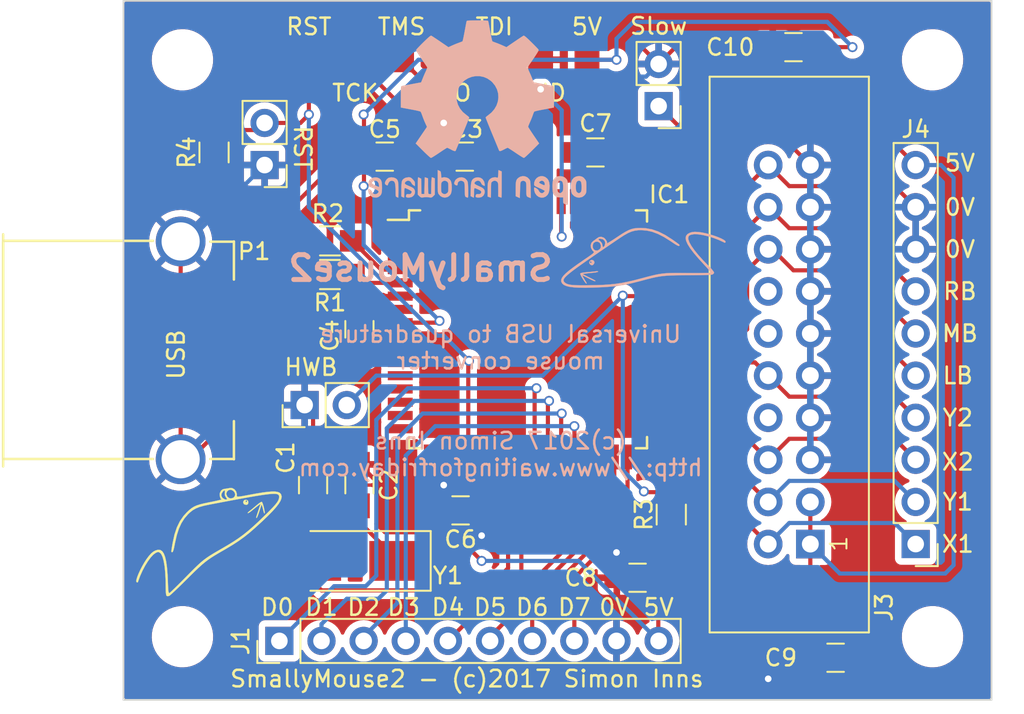
<source format=kicad_pcb>
(kicad_pcb (version 20221018) (generator pcbnew)
  (title_block (title "SmallyMouse2") (date "2017-05-27") (rev "2.0") (company "http://www.WaitingForFriday.com") (comment 1 "(c)2017 Simon Inns") (comment 2 "License: Attribution-ShareAlike 4.0 International (CC BY-SA 4.0)"))
  (layers (0 "F.Cu" signal) (31 "B.Cu" signal) (34 "B.Paste" user) (35 "F.Paste" user) (36 "B.SilkS" user "B.Silkscreen") (37 "F.SilkS" user "F.Silkscreen") (38 "B.Mask" user) (39 "F.Mask" user) (44 "Edge.Cuts" user))
  (net 0 "")
  (net 1 "Net-(C1-Pad1)")
  (net 2 "GND")
  (net 3 "Net-(C2-Pad1)")
  (net 4 "Net-(C3-Pad1)")
  (net 5 "Net-(C4-Pad1)")
  (net 6 "+5V")
  (net 7 "Net-(IC1-Pad1)")
  (net 8 "Net-(IC1-Pad2)")
  (net 9 "Net-(IC1-Pad4)")
  (net 10 "Net-(IC1-Pad5)")
  (net 11 "Net-(IC1-Pad9)")
  (net 12 "Net-(IC1-Pad10)")
  (net 13 "Net-(IC1-Pad11)")
  (net 14 "Net-(IC1-Pad12)")
  (net 15 "Net-(IC1-Pad13)")
  (net 16 "Net-(IC1-Pad14)")
  (net 17 "Net-(IC1-Pad15)")
  (net 18 "Net-(IC1-Pad16)")
  (net 19 "Net-(IC1-Pad17)")
  (net 20 "Net-(IC1-Pad18)")
  (net 21 "Net-(IC1-Pad19)")
  (net 22 "Net-(IC1-Pad20)")
  (net 23 "Net-(IC1-Pad25)")
  (net 24 "Net-(IC1-Pad26)")
  (net 25 "Net-(IC1-Pad27)")
  (net 26 "Net-(IC1-Pad28)")
  (net 27 "Net-(IC1-Pad29)")
  (net 28 "Net-(IC1-Pad30)")
  (net 29 "Net-(IC1-Pad31)")
  (net 30 "Net-(IC1-Pad32)")
  (net 31 "Net-(IC1-Pad33)")
  (net 32 "Net-(IC1-Pad34)")
  (net 33 "X1")
  (net 34 "Y1")
  (net 35 "X2")
  (net 36 "Y2")
  (net 37 "L_Button")
  (net 38 "M_Button")
  (net 39 "R_Button")
  (net 40 "Net-(IC1-Pad42)")
  (net 41 "Net-(IC1-Pad43)")
  (net 42 "Net-(IC1-Pad44)")
  (net 43 "Net-(IC1-Pad45)")
  (net 44 "Net-(IC1-Pad46)")
  (net 45 "Net-(IC1-Pad47)")
  (net 46 "Net-(IC1-Pad48)")
  (net 47 "Net-(IC1-Pad49)")
  (net 48 "Net-(IC1-Pad50)")
  (net 49 "Net-(IC1-Pad51)")
  (net 50 "Net-(IC1-Pad54)")
  (net 51 "Net-(IC1-Pad55)")
  (net 52 "Net-(IC1-Pad56)")
  (net 53 "Net-(IC1-Pad57)")
  (net 54 "Net-(IC1-Pad58)")
  (net 55 "Net-(IC1-Pad59)")
  (net 56 "Net-(IC1-Pad60)")
  (net 57 "Net-(IC1-Pad61)")
  (net 58 "Net-(J3-Pad8)")
  (net 59 "Net-(J3-Pad12)")
  (net 60 "Net-(J3-Pad14)")
  (net 61 "Net-(P1-Pad3)")
  (net 62 "Net-(P1-Pad2)")
  (footprint "Capacitors_SMD:C_0805_HandSoldering" (layer "F.Cu") (at 132.334 109.474 90)
    (fp_text reference "C1")
    (fp_text value "22pF")
  )
  (footprint "Capacitors_SMD:C_0805_HandSoldering" (layer "F.Cu") (at 135.128 109.474 90)
    (fp_text reference "C2")
    (fp_text value "22pF")
  )
  (footprint "Capacitors_SMD:C_0805_HandSoldering" (layer "F.Cu") (at 141.478 89.662 180)
    (fp_text reference "C3")
    (fp_text value "100nF")
  )
  (footprint "Capacitors_SMD:C_0805_HandSoldering" (layer "F.Cu") (at 135.128 100.076 90)
    (fp_text reference "C4")
    (fp_text value "1uF")
  )
  (footprint "Capacitors_SMD:C_0805_HandSoldering" (layer "F.Cu") (at 136.652 89.662 180)
    (fp_text reference "C5")
    (fp_text value "100nF")
  )
  (footprint "Capacitors_SMD:C_0805_HandSoldering" (layer "F.Cu") (at 141.224 110.998 180)
    (fp_text reference "C6")
    (fp_text value "100nF")
  )
  (footprint "Capacitors_SMD:C_0805_HandSoldering" (layer "F.Cu") (at 149.352 89.408)
    (fp_text reference "C7")
    (fp_text value "100nF")
  )
  (footprint "Capacitors_SMD:C_0805_HandSoldering" (layer "F.Cu") (at 151.892 115.062)
    (fp_text reference "C8")
    (fp_text value "100nF")
  )
  (footprint "Capacitors_SMD:C_0805_HandSoldering" (layer "F.Cu") (at 163.83 119.888 180)
    (fp_text reference "C9")
    (fp_text value "100nF")
  )
  (footprint "Capacitors_SMD:C_0805_HandSoldering" (layer "F.Cu") (at 161.29 83.058)
    (fp_text reference "C10")
    (fp_text value "100nF")
  )
  (footprint "Housings_QFP:TQFP-64_14x14mm_Pitch0.8mm" (layer "F.Cu") (at 145.288 100.076)
    (fp_text reference "IC1")
    (fp_text value "AT90USB1287")
  )
  (footprint "Pin_Headers:Pin_Header_Straight_1x10_Pitch2.54mm" (layer "F.Cu") (at 130.302 118.872 90)
    (fp_text reference "J1")
    (fp_text value "Exp Header")
  )
  (footprint "Pin_Headers:Pin_Header_Straight_1x02_Pitch2.54mm" (layer "F.Cu") (at 153.162 86.614 180)
    (fp_text reference "J2" hide)
    (fp_text value "Slow/Fast")
  )
  (footprint "Connectors:IDC_Header_Straight_20pins" (layer "F.Cu") (at 162.306 113.03 90)
    (fp_text reference "J3")
    (fp_text value "BBC_UP_02X10")
  )
  (footprint "Pin_Headers:Pin_Header_Straight_1x10_Pitch2.54mm" (layer "F.Cu") (at 168.656 113.03 180)
    (fp_text reference "J4")
    (fp_text value "Universal output")
  )
  (footprint "SimonsFPLibrary2017:Amphenol_87583-2010BLF" (layer "F.Cu") (at 126.492 101.346 -90)
    (fp_text reference "P1")
    (fp_text value "USB_A" hide)
  )
  (footprint "Resistors_SMD:R_0805_HandSoldering" (layer "F.Cu") (at 133.35 96.774 180)
    (fp_text reference "R1")
    (fp_text value "22R")
  )
  (footprint "Resistors_SMD:R_0805_HandSoldering" (layer "F.Cu") (at 133.35 94.742 180)
    (fp_text reference "R2")
    (fp_text value "22R")
  )
  (footprint "Measurement_Points:Measurement_Point_Square-SMD-Pad_Small" (layer "F.Cu") (at 132.08 83.82)
    (fp_text reference "RST")
    (fp_text value "~{RESET}")
  )
  (footprint "Measurement_Points:Measurement_Point_Square-SMD-Pad_Small" (layer "F.Cu") (at 137.668 83.82)
    (fp_text reference "TMS")
    (fp_text value "TMS")
  )
  (footprint "Measurement_Points:Measurement_Point_Square-SMD-Pad_Small" (layer "F.Cu") (at 143.256 83.82)
    (fp_text reference "TDI")
    (fp_text value "TDI")
  )
  (footprint "Measurement_Points:Measurement_Point_Square-SMD-Pad_Small" (layer "F.Cu") (at 146.05 83.82 180)
    (fp_text reference "GND")
    (fp_text value "GND")
  )
  (footprint "Measurement_Points:Measurement_Point_Square-SMD-Pad_Small" (layer "F.Cu") (at 134.874 83.82 180)
    (fp_text reference "TCK")
    (fp_text value "TCK")
  )
  (footprint "Measurement_Points:Measurement_Point_Square-SMD-Pad_Small" (layer "F.Cu") (at 140.462 83.82 180)
    (fp_text reference "TDO")
    (fp_text value "TDO")
  )
  (footprint "Measurement_Points:Measurement_Point_Square-SMD-Pad_Small" (layer "F.Cu") (at 148.844 83.82)
    (fp_text reference "5V")
    (fp_text value "+5V")
  )
  (footprint "Crystals:Crystal_SMD_5032-2pin_5.0x3.2mm_HandSoldering" (layer "F.Cu") (at 134.874 114.046 180)
    (fp_text reference "Y1")
    (fp_text value "16 MHz Crystal")
  )
  (footprint "Mounting_Holes:MountingHole_3.2mm_M3_ISO14580" (layer "F.Cu") (at 124.46 83.82)
    (fp_text reference "MK1" hide)
    (fp_text value "Mounting_Hole")
  )
  (footprint "Mounting_Holes:MountingHole_3.2mm_M3_ISO14580" (layer "F.Cu") (at 124.46 118.618)
    (fp_text reference "MK2" hide)
    (fp_text value "Mounting_Hole")
  )
  (footprint "Mounting_Holes:MountingHole_3.2mm_M3_ISO14580" (layer "F.Cu") (at 169.672 83.82)
    (fp_text reference "MK3" hide)
    (fp_text value "Mounting_Hole")
  )
  (footprint "Mounting_Holes:MountingHole_3.2mm_M3_ISO14580" (layer "F.Cu") (at 169.672 118.618)
    (fp_text reference "MK4" hide)
    (fp_text value "Mounting_Hole")
  )
  (footprint "Pin_Headers:Pin_Header_Straight_1x02_Pitch2.54mm" (layer "F.Cu") (at 131.826 104.648 90)
    (fp_text reference "J5" hide)
    (fp_text value "Bootloader")
  )
  (footprint "Pin_Headers:Pin_Header_Straight_1x02_Pitch2.54mm" (layer "F.Cu") (at 129.413 90.17 180)
    (fp_text reference "J6" hide)
    (fp_text value "Reset")
  )
  (footprint "Resistors_SMD:R_0805_HandSoldering" (layer "F.Cu") (at 153.924 111.252 -90)
    (fp_text reference "R3")
    (fp_text value "10K")
  )
  (footprint "Resistors_SMD:R_0805_HandSoldering" (layer "F.Cu") (at 126.365 89.408 -90)
    (fp_text reference "R4")
    (fp_text value "10K")
  )
  (footprint "SimonsFPLibrary2017:sm2logo" (layer "F.Cu") (at 125.857 112.522 45)
    (fp_text reference "G***" hide)
    (fp_text value "LOGO" hide)
  )
  (footprint "Symbols:OSHW-Logo2_14.6x12mm_SilkScreen" (layer "B.Cu") (at 142.24 86.995 180)
    (fp_text reference "REF***" hide)
    (fp_text value "OSHW-Logo2_14.6x12mm_SilkScreen" hide)
  )
  (footprint "SimonsFPLibrary2017:sm2logo" (layer "B.Cu") (at 152.273 95.758 180)
    (fp_text reference "G***" hide)
    (fp_text value "LOGO" hide)
  )
  (gr_line (start 173.228 122.428) (end 120.904 122.428) (stroke (width 0.1)) (layer "Edge.Cuts"))
  (gr_line (start 120.904 80.264) (end 173.228 80.264) (stroke (width 0.1)) (layer "Edge.Cuts"))
  (gr_line (start 120.904 122.428) (end 120.904 80.264) (stroke (width 0.1)) (layer "Edge.Cuts"))
  (gr_line (start 173.228 80.264) (end 173.228 122.428) (stroke (width 0.1)) (layer "Edge.Cuts"))
  (gr_text "Universal USB to quadrature\nmouse converter\n\n\n(c)2017 Simon Inns\nhttp://www.waitingforfriday.com" (at 143.637 104.394) (layer "B.SilkS") (effects (font (size 1 1)) (justify mirror)))
  (gr_text "SmallyMouse2" (at 138.811 96.393) (layer "B.SilkS") (effects (font (size 1.5 1.5) (thickness 0.3)) (justify mirror)))
  (gr_text "Slow" (at 153.162 81.788) (layer "F.SilkS") (effects (font (size 1 1))))
  (gr_text "HWB" (at 132.207 102.362) (layer "F.SilkS") (effects (font (size 1 1))))
  (gr_text "Y2" (at 171.196 105.41) (layer "F.SilkS") (effects (font (size 1 1))))
  (gr_text "D2" (at 135.382 116.84) (layer "F.SilkS") (effects (font (size 1 1))))
  (gr_text "RB" (at 171.323 97.79) (layer "F.SilkS") (effects (font (size 1 1))))
  (gr_text "0V" (at 171.323 92.71) (layer "F.SilkS") (effects (font (size 1 1))))
  (gr_text "D4" (at 140.462 116.84) (layer "F.SilkS") (effects (font (size 1 1))))
  (gr_text "MB" (at 171.323 100.33) (layer "F.SilkS") (effects (font (size 1 1))))
  (gr_text "USB" (at 124.079 101.6 90) (layer "F.SilkS") (effects (font (size 1 1))))
  (gr_text "X1" (at 171.196 113.03) (layer "F.SilkS") (effects (font (size 1 1))))
  (gr_text "D7" (at 148.082 116.84) (layer "F.SilkS") (effects (font (size 1 1))))
  (gr_text "RST" (at 131.699 89.154 270) (layer "F.SilkS") (effects (font (size 1 1))))
  (gr_text "D6" (at 145.542 116.84) (layer "F.SilkS") (effects (font (size 1 1))))
  (gr_text "5V" (at 171.323 90.043) (layer "F.SilkS") (effects (font (size 1 1))))
  (gr_text "D1" (at 132.842 116.84) (layer "F.SilkS") (effects (font (size 1 1))))
  (gr_text "0V" (at 150.495 116.84) (layer "F.SilkS") (effects (font (size 1 1))))
  (gr_text "0V" (at 171.323 95.25) (layer "F.SilkS") (effects (font (size 1 1))))
  (gr_text "D5" (at 143.002 116.84) (layer "F.SilkS") (effects (font (size 1 1))))
  (gr_text "D3" (at 137.795 116.84) (layer "F.SilkS") (effects (font (size 1 1))))
  (gr_text "D0" (at 130.175 116.84) (layer "F.SilkS") (effects (font (size 1 1))))
  (gr_text "5V" (at 153.162 116.84) (layer "F.SilkS") (effects (font (size 1 1))))
  (gr_text "X2" (at 171.196 108.077) (layer "F.SilkS") (effects (font (size 1 1))))
  (gr_text "SmallyMouse2 - (c)2017 Simon Inns" (at 141.605 121.158) (layer "F.SilkS") (effects (font (size 1 1))))
  (gr_text "Y1" (at 171.196 110.49) (layer "F.SilkS") (effects (font (size 1 1))))
  (gr_text "LB" (at 171.196 102.87) (layer "F.SilkS") (effects (font (size 1 1))))
  (segment (start 132.274 115.256) (end 132.842 115.824) (width 0.25) (layer "F.Cu") (net 1))
  (segment (start 132.842 115.824) (end 143.002 115.824) (width 0.25) (layer "F.Cu") (net 1))
  (segment (start 143.002 115.824) (end 144.018 115.824) (width 0.25) (layer "F.Cu") (net 1))
  (segment (start 144.018 115.824) (end 144.888 114.954) (width 0.25) (layer "F.Cu") (net 1))
  (segment (start 144.888 114.954) (end 144.888 107.776) (width 0.25) (layer "F.Cu") (net 1))
  (segment (start 132.334 113.986) (end 132.274 114.046) (width 0.25) (layer "F.Cu") (net 1))
  (segment (start 132.274 114.046) (end 132.274 115.256) (width 0.25) (layer "F.Cu") (net 1))
  (segment (start 132.334 110.724) (end 132.334 113.986) (width 0.25) (layer "F.Cu") (net 1))
  (segment (start 164.846 107.95) (end 165.08 108.184) (width 0.25) (layer "F.Cu") (net 2))
  (segment (start 165.08 108.184) (end 165.08 119.888) (width 0.25) (layer "F.Cu") (net 2))
  (segment (start 165.08 120.67) (end 164.592 121.158) (width 0.25) (layer "F.Cu") (net 2))
  (segment (start 164.592 121.158) (end 159.766 121.158) (width 0.25) (layer "F.Cu") (net 2))
  (segment (start 150.642 118.852) (end 150.622 118.872) (width 0.25) (layer "F.Cu") (net 2))
  (segment (start 148.102 92.362) (end 148.088 92.376) (width 0.25) (layer "F.Cu") (net 2))
  (segment (start 148.102 85.872) (end 148.102 89.408) (width 0.25) (layer "F.Cu") (net 2))
  (segment (start 166.116 90.17) (end 162.306 90.17) (width 0.25) (layer "F.Cu") (net 2))
  (segment (start 162.306 90.17) (end 160.04 87.904) (width 0.25) (layer "F.Cu") (net 2))
  (segment (start 160.04 87.904) (end 160.04 83.058) (width 0.25) (layer "F.Cu") (net 2))
  (segment (start 154.178 83.058) (end 153.162 84.074) (width 0.25) (layer "F.Cu") (net 2))
  (segment (start 146.05 82.296) (end 151.384 82.296) (width 0.25) (layer "F.Cu") (net 2))
  (segment (start 151.384 82.296) (end 153.162 84.074) (width 0.25) (layer "F.Cu") (net 2))
  (segment (start 140.088 89.802) (end 140.228 89.662) (width 0.25) (layer "F.Cu") (net 2))
  (segment (start 140.228 87.65) (end 140.208 87.63) (width 0.25) (layer "F.Cu") (net 2))
  (segment (start 143.288 110.184) (end 142.474 110.998) (width 0.25) (layer "F.Cu") (net 2))
  (segment (start 142.474 112.502) (end 142.494 112.522) (width 0.25) (layer "F.Cu") (net 2))
  (segment (start 136.378 109.474) (end 140.208 109.474) (width 0.25) (layer "F.Cu") (net 2))
  (segment (start 128.956 104.846) (end 132.334 108.224) (width 0.25) (layer "F.Cu") (net 2))
  (segment (start 124.922 107.916) (end 127.992 104.846) (width 0.25) (layer "F.Cu") (net 2))
  (segment (start 135.878 98.076) (end 135.128 98.826) (width 0.25) (layer "F.Cu") (net 2))
  (segment (start 132.588 107.97) (end 132.334 108.224) (width 0.25) (layer "F.Cu") (net 2))
  (segment (start 150.622 115.082) (end 150.642 115.062) (width 0.25) (layer "F.Cu") (net 2))
  (segment (start 150.642 113.558) (end 150.622 113.538) (width 0.25) (layer "F.Cu") (net 2))
  (segment (start 132.334 105.156) (end 132.334 108.224) (width 0.25) (layer "F.Cu") (net 2))
  (segment (start 131.826 102.128) (end 135.128 98.826) (width 0.25) (layer "F.Cu") (net 2))
  (segment (start 131.826 104.648) (end 132.334 105.156) (width 0.25) (layer "F.Cu") (net 2))
  (segment (start 168.656 92.71) (end 166.116 90.17) (width 0.25) (layer "F.Cu") (net 2))
  (segment (start 162.306 107.95) (end 164.846 107.95) (width 0.25) (layer "F.Cu") (net 2))
  (segment (start 150.642 115.062) (end 150.642 113.558) (width 0.25) (layer "F.Cu") (net 2))
  (segment (start 137.902 89.662) (end 140.228 89.662) (width 0.25) (layer "F.Cu") (net 2))
  (segment (start 142.474 110.998) (end 142.474 112.502) (width 0.25) (layer "F.Cu") (net 2))
  (segment (start 135.128 108.224) (end 136.378 109.474) (width 0.25) (layer "F.Cu") (net 2))
  (segment (start 148.102 89.408) (end 148.102 92.362) (width 0.25) (layer "F.Cu") (net 2))
  (segment (start 168.656 92.71) (end 168.656 95.25) (width 0.25) (layer "F.Cu") (net 2))
  (segment (start 131.826 104.648) (end 131.826 102.128) (width 0.25) (layer "F.Cu") (net 2))
  (segment (start 143.288 107.776) (end 143.288 110.184) (width 0.25) (layer "F.Cu") (net 2))
  (segment (start 124.352 107.916) (end 124.352 94.776) (width 0.25) (layer "F.Cu") (net 2))
  (segment (start 140.088 92.376) (end 140.088 89.802) (width 0.25) (layer "F.Cu") (net 2))
  (segment (start 132.334 108.224) (end 135.128 108.224) (width 0.25) (layer "F.Cu") (net 2))
  (segment (start 150.622 118.872) (end 150.622 115.082) (width 0.25) (layer "F.Cu") (net 2))
  (segment (start 124.352 107.916) (end 124.922 107.916) (width 0.25) (layer "F.Cu") (net 2))
  (segment (start 160.04 83.058) (end 154.178 83.058) (width 0.25) (layer "F.Cu") (net 2))
  (segment (start 165.08 119.888) (end 165.08 120.67) (width 0.25) (layer "F.Cu") (net 2))
  (segment (start 137.588 98.076) (end 135.878 98.076) (width 0.25) (layer "F.Cu") (net 2))
  (segment (start 127.992 104.846) (end 128.956 104.846) (width 0.25) (layer "F.Cu") (net 2))
  (segment (start 146.05 83.82) (end 148.102 85.872) (width 0.25) (layer "F.Cu") (net 2))
  (segment (start 140.228 89.662) (end 140.228 87.65) (width 0.25) (layer "F.Cu") (net 2))
  (segment (start 146.05 83.82) (end 146.05 82.296) (width 0.25) (layer "F.Cu") (net 2))
  (via (at 140.208 87.63) (size 0.6) (drill 0.4) (layers "F.Cu" "B.Cu") (net 2))
  (via (at 142.494 112.522) (size 0.6) (drill 0.4) (layers "F.Cu" "B.Cu") (net 2))
  (via (at 140.208 109.474) (size 0.6) (drill 0.4) (layers "F.Cu" "B.Cu") (net 2))
  (via (at 150.622 113.538) (size 0.6) (drill 0.4) (layers "F.Cu" "B.Cu") (net 2))
  (via (at 159.766 121.158) (size 0.6) (drill 0.4) (layers "F.Cu" "B.Cu") (net 2))
  (segment (start 159.766 121.158) (end 155.194 116.586) (width 0.25) (layer "B.Cu") (net 2))
  (segment (start 152.146 113.538) (end 150.622 113.538) (width 0.25) (layer "B.Cu") (net 2))
  (segment (start 162.306 95.25) (end 162.306 97.79) (width 0.25) (layer "B.Cu") (net 2))
  (segment (start 162.306 97.79) (end 162.306 100.33) (width 0.25) (layer "B.Cu") (net 2))
  (segment (start 162.306 100.33) (end 162.306 102.87) (width 0.25) (layer "B.Cu") (net 2))
  (segment (start 162.306 102.87) (end 162.306 105.41) (width 0.25) (layer "B.Cu") (net 2))
  (segment (start 162.306 105.41) (end 162.306 107.95) (width 0.25) (layer "B.Cu") (net 2))
  (segment (start 154.432 84.074) (end 155.194 84.836) (width 0.25) (layer "B.Cu") (net 2))
  (segment (start 155.194 84.836) (end 155.194 116.586) (width 0.25) (layer "B.Cu") (net 2))
  (segment (start 155.194 116.586) (end 152.146 113.538) (width 0.25) (layer "B.Cu") (net 2))
  (segment (start 140.208 87.63) (end 140.208 86.36) (width 0.25) (layer "B.Cu") (net 2))
  (segment (start 140.208 86.36) (end 140.208 86.106) (width 0.25) (layer "B.Cu") (net 2))
  (segment (start 140.208 86.106) (end 141.478 84.836) (width 0.25) (layer "B.Cu") (net 2))
  (segment (start 149.606 84.836) (end 152.4 84.836) (width 0.25) (layer "B.Cu") (net 2))
  (segment (start 152.4 84.836) (end 153.162 84.074) (width 0.25) (layer "B.Cu") (net 2))
  (segment (start 142.494 112.522) (end 143.51 113.538) (width 0.25) (layer "B.Cu") (net 2))
  (segment (start 143.51 113.538) (end 150.622 113.538) (width 0.25) (layer "B.Cu") (net 2))
  (segment (start 140.208 109.474) (end 141.986 109.474) (width 0.25) (layer "B.Cu") (net 2))
  (segment (start 141.986 109.474) (end 142.494 109.982) (width 0.25) (layer "B.Cu") (net 2))
  (segment (start 142.494 109.982) (end 142.494 112.522) (width 0.25) (layer "B.Cu") (net 2))
  (segment (start 124.807 94.776) (end 124.352 94.776) (width 0.25) (layer "B.Cu") (net 2))
  (segment (start 129.413 90.17) (end 124.807 94.776) (width 0.25) (layer "B.Cu") (net 2))
  (segment (start 149.606 84.836) (end 141.478 84.836) (width 0.25) (layer "B.Cu") (net 2))
  (segment (start 162.306 90.17) (end 162.306 92.71) (width 0.25) (layer "B.Cu") (net 2))
  (segment (start 153.162 84.074) (end 154.432 84.074) (width 0.25) (layer "B.Cu") (net 2))
  (segment (start 162.306 92.71) (end 162.306 95.25) (width 0.25) (layer "B.Cu") (net 2))
  (segment (start 135.128 111.7) (end 137.474 114.046) (width 0.25) (layer "F.Cu") (net 3))
  (segment (start 144.088 114.484) (end 143.51 115.062) (width 0.25) (layer "F.Cu") (net 3))
  (segment (start 143.51 115.062) (end 138.49 115.062) (width 0.25) (layer "F.Cu") (net 3))
  (segment (start 138.49 115.062) (end 137.474 114.046) (width 0.25) (layer "F.Cu") (net 3))
  (segment (start 135.128 110.724) (end 135.128 111.7) (width 0.25) (layer "F.Cu") (net 3))
  (segment (start 144.088 107.776) (end 144.088 114.484) (width 0.25) (layer "F.Cu") (net 3))
  (segment (start 140.888 91.502) (end 142.728 89.662) (width 0.25) (layer "F.Cu") (net 4))
  (segment (start 140.888 92.376) (end 140.888 91.502) (width 0.25) (layer "F.Cu") (net 4))
  (segment (start 136.328 98.876) (end 136.144 99.06) (width 0.25) (layer "F.Cu") (net 5))
  (segment (start 136.144 99.06) (end 136.144 100.31) (width 0.25) (layer "F.Cu") (net 5))
  (segment (start 136.144 100.31) (end 135.128 101.326) (width 0.25) (layer "F.Cu") (net 5))
  (segment (start 137.588 98.876) (end 136.328 98.876) (width 0.25) (layer "F.Cu") (net 5))
  (segment (start 162.306 119.614) (end 162.58 119.888) (width 0.25) (layer "F.Cu") (net 6))
  (segment (start 157.968 119.888) (end 153.142 115.062) (width 0.25) (layer "F.Cu") (net 6))
  (segment (start 153.142 118.852) (end 153.162 118.872) (width 0.25) (layer "F.Cu") (net 6))
  (segment (start 148.888 91.122) (end 148.888 92.376) (width 0.25) (layer "F.Cu") (net 6))
  (segment (start 150.602 85.578) (end 150.602 89.408) (width 0.25) (layer "F.Cu") (net 6))
  (segment (start 162.54 84.054) (end 162.54 83.058) (width 0.25) (layer "F.Cu") (net 6))
  (segment (start 150.622 83.82) (end 148.844 83.82) (width 0.25) (layer "F.Cu") (net 6))
  (segment (start 135.402 87.142) (end 135.382 87.122) (width 0.25) (layer "F.Cu") (net 6))
  (segment (start 138.116 92.376) (end 135.402 89.662) (width 0.25) (layer "F.Cu") (net 6))
  (segment (start 138.766 95.676) (end 139.288 95.154) (width 0.25) (layer "F.Cu") (net 6))
  (segment (start 139.288 95.154) (end 139.288 92.376) (width 0.25) (layer "F.Cu") (net 6))
  (segment (start 142.488 108.972) (end 141.732 109.728) (width 0.25) (layer "F.Cu") (net 6))
  (segment (start 141.732 109.728) (end 141.244 109.728) (width 0.25) (layer "F.Cu") (net 6))
  (segment (start 141.244 109.728) (end 139.974 110.998) (width 0.25) (layer "F.Cu") (net 6))
  (segment (start 139.974 111.526) (end 142.494 114.046) (width 0.25) (layer "F.Cu") (net 6))
  (segment (start 139.846 99.676) (end 139.954 99.568) (width 0.25) (layer "F.Cu") (net 6))
  (segment (start 135.382 91.44) (end 135.402 91.42) (width 0.25) (layer "F.Cu") (net 6))
  (segment (start 135.402 91.42) (end 135.402 89.662) (width 0.25) (layer "F.Cu") (net 6))
  (segment (start 127.992 97.814) (end 129.54 96.266) (width 0.25) (layer "F.Cu") (net 6))
  (segment (start 129.54 96.266) (end 129.54 94.234) (width 0.25) (layer "F.Cu") (net 6))
  (segment (start 129.54 94.234) (end 134.112 89.662) (width 0.25) (layer "F.Cu") (net 6))
  (segment (start 134.112 89.662) (end 135.402 89.662) (width 0.25) (layer "F.Cu") (net 6))
  (segment (start 127.992 92.385) (end 127.992 97.846) (width 0.25) (layer "F.Cu") (net 6))
  (segment (start 153.924 114.28) (end 153.142 115.062) (width 0.25) (layer "F.Cu") (net 6))
  (segment (start 127.992 97.846) (end 127.992 97.814) (width 0.25) (layer "F.Cu") (net 6))
  (segment (start 137.588 95.676) (end 138.766 95.676) (width 0.25) (layer "F.Cu") (net 6))
  (segment (start 150.602 89.408) (end 148.888 91.122) (width 0.25) (layer "F.Cu") (net 6))
  (segment (start 162.54 83.058) (end 164.846 83.058) (width 0.25) (layer "F.Cu") (net 6))
  (segment (start 142.488 107.776) (end 142.488 108.972) (width 0.25) (layer "F.Cu") (net 6))
  (segment (start 153.142 115.062) (end 153.142 118.852) (width 0.25) (layer "F.Cu") (net 6))
  (segment (start 126.365 90.758) (end 127.992 92.385) (width 0.25) (layer "F.Cu") (net 6))
  (segment (start 139.974 110.998) (end 139.974 111.526) (width 0.25) (layer "F.Cu") (net 6))
  (segment (start 162.306 113.03) (end 162.306 119.614) (width 0.25) (layer "F.Cu") (net 6))
  (segment (start 137.588 99.676) (end 139.846 99.676) (width 0.25) (layer "F.Cu") (net 6))
  (segment (start 139.288 92.376) (end 138.116 92.376) (width 0.25) (layer "F.Cu") (net 6))
  (segment (start 148.844 83.82) (end 150.602 85.578) (width 0.25) (layer "F.Cu") (net 6))
  (segment (start 162.306 110.49) (end 162.306 113.03) (width 0.25) (layer "F.Cu") (net 6))
  (segment (start 135.402 89.662) (end 135.402 87.142) (width 0.25) (layer "F.Cu") (net 6))
  (segment (start 162.58 119.888) (end 157.968 119.888) (width 0.25) (layer "F.Cu") (net 6))
  (segment (start 168.656 90.17) (end 162.54 84.054) (width 0.25) (layer "F.Cu") (net 6))
  (segment (start 153.924 112.602) (end 153.924 114.28) (width 0.25) (layer "F.Cu") (net 6))
  (via (at 135.382 87.122) (size 0.6) (drill 0.4) (layers "F.Cu" "B.Cu") (net 6))
  (via (at 135.382 91.44) (size 0.6) (drill 0.4) (layers "F.Cu" "B.Cu") (net 6))
  (via (at 142.494 114.046) (size 0.6) (drill 0.4) (layers "F.Cu" "B.Cu") (net 6))
  (via (at 164.846 83.058) (size 0.6) (drill 0.4) (layers "F.Cu" "B.Cu") (net 6))
  (via (at 139.954 99.568) (size 0.6) (drill 0.4) (layers "F.Cu" "B.Cu") (net 6))
  (via (at 150.622 83.82) (size 0.6) (drill 0.4) (layers "F.Cu" "B.Cu") (net 6))
  (segment (start 164.084 114.808) (end 170.434 114.808) (width 0.25) (layer "B.Cu") (net 6))
  (segment (start 170.434 114.808) (end 170.942 114.3) (width 0.25) (layer "B.Cu") (net 6))
  (segment (start 170.942 114.3) (end 170.942 90.932) (width 0.25) (layer "B.Cu") (net 6))
  (segment (start 170.942 90.932) (end 170.18 90.17) (width 0.25) (layer "B.Cu") (net 6))
  (segment (start 170.18 90.17) (end 168.656 90.17) (width 0.25) (layer "B.Cu") (net 6))
  (segment (start 164.846 83.058) (end 163.322 81.534) (width 0.25) (layer "B.Cu") (net 6))
  (segment (start 163.322 81.534) (end 151.638 81.534) (width 0.25) (layer "B.Cu") (net 6))
  (segment (start 151.638 81.534) (end 150.622 82.55) (width 0.25) (layer "B.Cu") (net 6))
  (segment (start 150.622 82.55) (end 150.622 83.82) (width 0.25) (layer "B.Cu") (net 6))
  (segment (start 135.382 87.122) (end 138.684 83.82) (width 0.25) (layer "B.Cu") (net 6))
  (segment (start 138.684 83.82) (end 150.622 83.82) (width 0.25) (layer "B.Cu") (net 6))
  (segment (start 142.494 114.046) (end 148.336 114.046) (width 0.25) (layer "B.Cu") (net 6))
  (segment (start 148.336 114.046) (end 153.162 118.872) (width 0.25) (layer "B.Cu") (net 6))
  (segment (start 139.954 99.568) (end 135.382 94.996) (width 0.25) (layer "B.Cu") (net 6))
  (segment (start 135.382 94.996) (end 135.382 91.44) (width 0.25) (layer "B.Cu") (net 6))
  (segment (start 162.306 113.03) (end 164.084 114.808) (width 0.25) (layer "B.Cu") (net 6))
  (segment (start 136.434 96.476) (end 134.7 94.742) (width 0.25) (layer "F.Cu") (net 9))
  (segment (start 137.588 96.476) (end 136.434 96.476) (width 0.25) (layer "F.Cu") (net 9))
  (segment (start 135.202 97.276) (end 134.7 96.774) (width 0.25) (layer "F.Cu") (net 10))
  (segment (start 137.588 97.276) (end 135.202 97.276) (width 0.25) (layer "F.Cu") (net 10))
  (segment (start 132.08 87.122) (end 132.08 83.82) (width 0.25) (layer "F.Cu") (net 22))
  (segment (start 131.572 87.63) (end 131.953 87.249) (width 0.25) (layer "F.Cu") (net 22))
  (segment (start 128.985 88.058) (end 129.413 87.63) (width 0.25) (layer "F.Cu") (net 22))
  (segment (start 132.08 87.122) (end 131.953 87.122) (width 0.25) (layer "F.Cu") (net 22))
  (segment (start 131.953 87.122) (end 131.953 87.249) (width 0.25) (layer "F.Cu") (net 22))
  (segment (start 131.953 87.249) (end 132.08 87.122) (width 0.25) (layer "F.Cu") (net 22))
  (segment (start 141.688 102.025) (end 141.732 101.981) (width 0.25) (layer "F.Cu") (net 22))
  (segment (start 141.688 107.776) (end 141.688 102.025) (width 0.25) (layer "F.Cu") (net 22))
  (segment (start 126.365 88.058) (end 128.985 88.058) (width 0.25) (layer "F.Cu") (net 22))
  (segment (start 129.413 87.63) (end 131.572 87.63) (width 0.25) (layer "F.Cu") (net 22))
  (via (at 132.08 87.122) (size 0.6) (drill 0.4) (layers "F.Cu" "B.Cu") (net 22))
  (via (at 141.732 101.981) (size 0.6) (drill 0.4) (layers "F.Cu" "B.Cu") (net 22))
  (segment (start 141.732 101.981) (end 140.208 100.457) (width 0.25) (layer "B.Cu") (net 22))
  (segment (start 140.208 100.457) (end 139.827 100.457) (width 0.25) (layer "B.Cu") (net 22))
  (segment (start 139.827 100.457) (end 132.08 92.71) (width 0.25) (layer "B.Cu") (net 22))
  (segment (start 132.08 92.71) (end 132.08 87.122) (width 0.25) (layer "B.Cu") (net 22))
  (segment (start 145.688 103.74) (end 145.796 103.632) (width 0.25) (layer "F.Cu") (net 23))
  (segment (start 145.688 107.776) (end 145.688 103.74) (width 0.25) (layer "F.Cu") (net 23))
  (via (at 145.796 103.632) (size 0.6) (drill 0.4) (layers "F.Cu" "B.Cu") (net 23))
  (segment (start 145.796 103.632) (end 138.049 103.632) (width 0.25) (layer "B.Cu") (net 23))
  (segment (start 133.604 115.57) (end 135.509 115.57) (width 0.25) (layer "B.Cu") (net 23))
  (segment (start 135.509 115.57) (end 136.144 114.935) (width 0.25) (layer "B.Cu") (net 23))
  (segment (start 136.144 114.935) (end 136.144 105.918) (width 0.25) (layer "B.Cu") (net 23))
  (segment (start 136.144 105.918) (end 136.144 105.537) (width 0.25) (layer "B.Cu") (net 23))
  (segment (start 136.144 105.537) (end 138.049 103.632) (width 0.25) (layer "B.Cu") (net 23))
  (segment (start 130.302 118.872) (end 133.604 115.57) (width 0.25) (layer "B.Cu") (net 23))
  (segment (start 146.488 104.464) (end 146.558 104.394) (width 0.25) (layer "F.Cu") (net 24))
  (segment (start 146.488 107.776) (end 146.488 104.464) (width 0.25) (layer "F.Cu") (net 24))
  (via (at 146.558 104.394) (size 0.6) (drill 0.4) (layers "F.Cu" "B.Cu") (net 24))
  (segment (start 146.558 104.394) (end 138.43 104.394) (width 0.25) (layer "B.Cu") (net 24))
  (segment (start 132.842 117.856) (end 134.366 116.332) (width 0.25) (layer "B.Cu") (net 24))
  (segment (start 134.366 116.332) (end 136.271 116.332) (width 0.25) (layer "B.Cu") (net 24))
  (segment (start 136.271 116.332) (end 136.779 115.824) (width 0.25) (layer "B.Cu") (net 24))
  (segment (start 136.779 115.824) (end 136.779 106.045) (width 0.25) (layer "B.Cu") (net 24))
  (segment (start 136.779 106.045) (end 138.43 104.394) (width 0.25) (layer "B.Cu") (net 24))
  (segment (start 132.842 118.872) (end 132.842 117.856) (width 0.25) (layer "B.Cu") (net 24))
  (segment (start 147.288 105.188) (end 147.32 105.156) (width 0.25) (layer "F.Cu") (net 25))
  (segment (start 147.288 107.776) (end 147.288 105.188) (width 0.25) (layer "F.Cu") (net 25))
  (via (at 147.32 105.156) (size 0.6) (drill 0.4) (layers "F.Cu" "B.Cu") (net 25))
  (segment (start 147.32 105.156) (end 138.938 105.156) (width 0.25) (layer "B.Cu") (net 25))
  (segment (start 135.382 118.618) (end 137.414 116.586) (width 0.25) (layer "B.Cu") (net 25))
  (segment (start 137.414 116.586) (end 137.414 106.68) (width 0.25) (layer "B.Cu") (net 25))
  (segment (start 137.414 106.68) (end 138.938 105.156) (width 0.25) (layer "B.Cu") (net 25))
  (segment (start 135.382 118.872) (end 135.382 118.618) (width 0.25) (layer "B.Cu") (net 25))
  (segment (start 148.088 105.924) (end 148.082 105.918) (width 0.25) (layer "F.Cu") (net 26))
  (segment (start 148.088 107.776) (end 148.088 105.924) (width 0.25) (layer "F.Cu") (net 26))
  (via (at 148.082 105.918) (size 0.6) (drill 0.4) (layers "F.Cu" "B.Cu") (net 26))
  (segment (start 148.082 105.918) (end 139.7 105.918) (width 0.25) (layer "B.Cu") (net 26))
  (segment (start 139.7 105.918) (end 137.922 107.696) (width 0.25) (layer "B.Cu") (net 26))
  (segment (start 137.922 107.696) (end 137.922 118.872) (width 0.25) (layer "B.Cu") (net 26))
  (segment (start 148.888 111.97) (end 143.764 117.094) (width 0.25) (layer "F.Cu") (net 27))
  (segment (start 143.764 117.094) (end 142.24 117.094) (width 0.25) (layer "F.Cu") (net 27))
  (segment (start 142.24 117.094) (end 140.462 118.872) (width 0.25) (layer "F.Cu") (net 27))
  (segment (start 148.888 107.776) (end 148.888 111.97) (width 0.25) (layer "F.Cu") (net 27))
  (segment (start 149.688 111.932) (end 143.002 118.618) (width 0.25) (layer "F.Cu") (net 28))
  (segment (start 143.002 118.618) (end 143.002 118.872) (width 0.25) (layer "F.Cu") (net 28))
  (segment (start 149.688 107.776) (end 149.688 111.932) (width 0.25) (layer "F.Cu") (net 28))
  (segment (start 150.488 111.894) (end 145.542 116.84) (width 0.25) (layer "F.Cu") (net 29))
  (segment (start 145.542 116.84) (end 145.542 118.872) (width 0.25) (layer "F.Cu") (net 29))
  (segment (start 150.488 107.776) (end 150.488 111.894) (width 0.25) (layer "F.Cu") (net 29))
  (segment (start 151.288 111.856) (end 148.082 115.062) (width 0.25) (layer "F.Cu") (net 30))
  (segment (start 148.082 115.062) (end 148.082 118.872) (width 0.25) (layer "F.Cu") (net 30))
  (segment (start 151.288 107.776) (end 151.288 111.856) (width 0.25) (layer "F.Cu") (net 30))
  (segment (start 156.292 104.476) (end 157.226 105.41) (width 0.25) (layer "F.Cu") (net 33))
  (segment (start 157.226 105.41) (end 157.226 110.49) (width 0.25) (layer "F.Cu") (net 33))
  (segment (start 157.226 110.49) (end 159.766 113.03) (width 0.25) (layer "F.Cu") (net 33))
  (segment (start 152.988 104.476) (end 156.292 104.476) (width 0.25) (layer "F.Cu") (net 33))
  (segment (start 161.036 111.76) (end 167.386 111.76) (width 0.25) (layer "B.Cu") (net 33))
  (segment (start 167.386 111.76) (end 168.656 113.03) (width 0.25) (layer "B.Cu") (net 33))
  (segment (start 159.766 113.03) (end 161.036 111.76) (width 0.25) (layer "B.Cu") (net 33))
  (segment (start 157.016 103.676) (end 157.734 104.394) (width 0.25) (layer "F.Cu") (net 34))
  (segment (start 157.734 104.394) (end 157.734 108.458) (width 0.25) (layer "F.Cu") (net 34))
  (segment (start 157.734 108.458) (end 159.766 110.49) (width 0.25) (layer "F.Cu") (net 34))
  (segment (start 152.988 103.676) (end 157.016 103.676) (width 0.25) (layer "F.Cu") (net 34))
  (segment (start 161.036 109.22) (end 167.386 109.22) (width 0.25) (layer "B.Cu") (net 34))
  (segment (start 167.386 109.22) (end 168.656 110.49) (width 0.25) (layer "B.Cu") (net 34))
  (segment (start 159.766 110.49) (end 161.036 109.22) (width 0.25) (layer "B.Cu") (net 34))
  (segment (start 157.232 102.876) (end 158.242 103.886) (width 0.25) (layer "F.Cu") (net 35))
  (segment (start 158.242 103.886) (end 158.242 106.426) (width 0.25) (layer "F.Cu") (net 35))
  (segment (start 158.242 106.426) (end 159.766 107.95) (width 0.25) (layer "F.Cu") (net 35))
  (segment (start 161.036 106.68) (end 167.386 106.68) (width 0.25) (layer "F.Cu") (net 35))
  (segment (start 167.386 106.68) (end 168.656 107.95) (width 0.25) (layer "F.Cu") (net 35))
  (segment (start 159.766 107.95) (end 161.036 106.68) (width 0.25) (layer "F.Cu") (net 35))
  (segment (start 152.988 102.876) (end 157.232 102.876) (width 0.25) (layer "F.Cu") (net 35))
  (segment (start 158.972 102.076) (end 159.766 102.87) (width 0.25) (layer "F.Cu") (net 36))
  (segment (start 161.036 104.14) (end 167.386 104.14) (width 0.25) (layer "F.Cu") (net 36))
  (segment (start 167.386 104.14) (end 168.656 105.41) (width 0.25) (layer "F.Cu") (net 36))
  (segment (start 152.988 102.076) (end 158.972 102.076) (width 0.25) (layer "F.Cu") (net 36))
  (segment (start 159.766 102.87) (end 161.036 104.14) (width 0.25) (layer "F.Cu") (net 36))
  (segment (start 157.296 101.276) (end 158.496 100.076) (width 0.25) (layer "F.Cu") (net 37))
  (segment (start 158.496 100.076) (end 158.496 96.52) (width 0.25) (layer "F.Cu") (net 37))
  (segment (start 158.496 96.52) (end 159.766 95.25) (width 0.25) (layer "F.Cu") (net 37))
  (segment (start 160.02 95.25) (end 161.29 96.52) (width 0.25) (layer "F.Cu") (net 37))
  (segment (start 161.29 96.52) (end 164.592 96.52) (width 0.25) (layer "F.Cu") (net 37))
  (segment (start 164.592 96.52) (end 165.354 97.282) (width 0.25) (layer "F.Cu") (net 37))
  (segment (start 165.354 97.282) (end 165.354 99.568) (width 0.25) (layer "F.Cu") (net 37))
  (segment (start 165.354 99.568) (end 168.656 102.87) (width 0.25) (layer "F.Cu") (net 37))
  (segment (start 152.988 101.276) (end 157.296 101.276) (width 0.25) (layer "F.Cu") (net 37))
  (segment (start 159.766 95.25) (end 160.02 95.25) (width 0.25) (layer "F.Cu") (net 37))
  (segment (start 157.08 100.476) (end 157.988 99.568) (width 0.25) (layer "F.Cu") (net 38))
  (segment (start 157.988 99.568) (end 157.988 94.488) (width 0.25) (layer "F.Cu") (net 38))
  (segment (start 157.988 94.488) (end 159.766 92.71) (width 0.25) (layer "F.Cu") (net 38))
  (segment (start 161.036 93.98) (end 165.608 93.98) (width 0.25) (layer "F.Cu") (net 38))
  (segment (start 165.608 93.98) (end 166.116 94.488) (width 0.25) (layer "F.Cu") (net 38))
  (segment (start 166.116 94.488) (end 166.116 97.79) (width 0.25) (layer "F.Cu") (net 38))
  (segment (start 166.116 97.79) (end 168.656 100.33) (width 0.25) (layer "F.Cu") (net 38))
  (segment (start 159.766 92.71) (end 161.036 93.98) (width 0.25) (layer "F.Cu") (net 38))
  (segment (start 152.988 100.476) (end 157.08 100.476) (width 0.25) (layer "F.Cu") (net 38))
  (segment (start 156.864 99.676) (end 157.48 99.06) (width 0.25) (layer "F.Cu") (net 39))
  (segment (start 157.48 99.06) (end 157.48 92.456) (width 0.25) (layer "F.Cu") (net 39))
  (segment (start 157.48 92.456) (end 159.766 90.17) (width 0.25) (layer "F.Cu") (net 39))
  (segment (start 161.036 91.44) (end 166.116 91.44) (width 0.25) (layer "F.Cu") (net 39))
  (segment (start 166.116 91.44) (end 166.878 92.202) (width 0.25) (layer "F.Cu") (net 39))
  (segment (start 166.878 92.202) (end 166.878 96.012) (width 0.25) (layer "F.Cu") (net 39))
  (segment (start 166.878 96.012) (end 168.656 97.79) (width 0.25) (layer "F.Cu") (net 39))
  (segment (start 152.988 99.676) (end 156.864 99.676) (width 0.25) (layer "F.Cu") (net 39))
  (segment (start 159.766 90.17) (end 161.036 91.44) (width 0.25) (layer "F.Cu") (net 39))
  (segment (start 151.035 98.076) (end 151.003 98.044) (width 0.25) (layer "F.Cu") (net 41))
  (segment (start 152.32 109.902) (end 152.273 109.855) (width 0.25) (layer "F.Cu") (net 41))
  (segment (start 153.924 109.902) (end 152.32 109.902) (width 0.25) (layer "F.Cu") (net 41))
  (segment (start 152.988 98.076) (end 151.035 98.076) (width 0.25) (layer "F.Cu") (net 41))
  (via (at 152.273 109.855) (size 0.6) (drill 0.4) (layers "F.Cu" "B.Cu") (net 41))
  (via (at 151.003 98.044) (size 0.6) (drill 0.4) (layers "F.Cu" "B.Cu") (net 41))
  (segment (start 151.003 98.044) (end 146.177 102.87) (width 0.25) (layer "B.Cu") (net 41))
  (segment (start 146.177 102.87) (end 136.144 102.87) (width 0.25) (layer "B.Cu") (net 41))
  (segment (start 136.144 102.87) (end 134.366 104.648) (width 0.25) (layer "B.Cu") (net 41))
  (segment (start 152.273 109.855) (end 151.003 108.585) (width 0.25) (layer "B.Cu") (net 41))
  (segment (start 151.003 108.585) (end 151.003 98.044) (width 0.25) (layer "B.Cu") (net 41))
  (segment (start 154.044 94.876) (end 154.94 93.98) (width 0.25) (layer "F.Cu") (net 45))
  (segment (start 154.94 93.98) (end 154.94 88.392) (width 0.25) (layer "F.Cu") (net 45))
  (segment (start 154.94 88.392) (end 153.162 86.614) (width 0.25) (layer "F.Cu") (net 45))
  (segment (start 152.988 94.876) (end 154.044 94.876) (width 0.25) (layer "F.Cu") (net 45))
  (segment (start 147.288 94.456) (end 147.32 94.488) (width 0.25) (layer "F.Cu") (net 50))
  (segment (start 146.05 85.598) (end 145.034 85.598) (width 0.25) (layer "F.Cu") (net 50))
  (segment (start 145.034 85.598) (end 143.256 83.82) (width 0.25) (layer "F.Cu") (net 50))
  (segment (start 147.288 92.376) (end 147.288 94.456) (width 0.25) (layer "F.Cu") (net 50))
  (via (at 146.05 85.598) (size 0.6) (drill 0.4) (layers "F.Cu" "B.Cu") (net 50))
  (via (at 147.32 94.488) (size 0.6) (drill 0.4) (layers "F.Cu" "B.Cu") (net 50))
  (segment (start 147.32 94.488) (end 147.32 86.868) (width 0.25) (layer "B.Cu") (net 50))
  (segment (start 147.32 86.868) (end 146.05 85.598) (width 0.25) (layer "B.Cu") (net 50))
  (segment (start 146.488 88.068) (end 144.018 85.598) (width 0.25) (layer "F.Cu") (net 51))
  (segment (start 144.018 85.598) (end 142.24 85.598) (width 0.25) (layer "F.Cu") (net 51))
  (segment (start 142.24 85.598) (end 140.462 83.82) (width 0.25) (layer "F.Cu") (net 51))
  (segment (start 146.488 92.376) (end 146.488 88.068) (width 0.25) (layer "F.Cu") (net 51))
  (segment (start 145.688 88.03) (end 143.764 86.106) (width 0.25) (layer "F.Cu") (net 52))
  (segment (start 143.764 86.106) (end 139.954 86.106) (width 0.25) (layer "F.Cu") (net 52))
  (segment (start 139.954 86.106) (end 137.668 83.82) (width 0.25) (layer "F.Cu") (net 52))
  (segment (start 145.688 92.376) (end 145.688 88.03) (width 0.25) (layer "F.Cu") (net 52))
  (segment (start 144.888 87.992) (end 143.51 86.614) (width 0.25) (layer "F.Cu") (net 53))
  (segment (start 143.51 86.614) (end 137.668 86.614) (width 0.25) (layer "F.Cu") (net 53))
  (segment (start 137.668 86.614) (end 134.874 83.82) (width 0.25) (layer "F.Cu") (net 53))
  (segment (start 144.888 92.376) (end 144.888 87.992) (width 0.25) (layer "F.Cu") (net 53))
  (segment (start 132 99.902) (end 129.556 102.346) (width 0.25) (layer "F.Cu") (net 61))
  (segment (start 129.556 102.346) (end 127.992 102.346) (width 0.25) (layer "F.Cu") (net 61))
  (segment (start 132 96.774) (end 132 99.902) (width 0.25) (layer "F.Cu") (net 61))
  (segment (start 130.556 94.742) (end 130.302 94.996) (width 0.25) (layer "F.Cu") (net 62))
  (segment (start 130.302 94.996) (end 130.302 99.568) (width 0.25) (layer "F.Cu") (net 62))
  (segment (start 130.302 99.568) (end 129.524 100.346) (width 0.25) (layer "F.Cu") (net 62))
  (segment (start 129.524 100.346) (end 127.992 100.346) (width 0.25) (layer "F.Cu") (net 62))
  (segment (start 132 94.742) (end 130.556 94.742) (width 0.25) (layer "F.Cu") (net 62))
  (zone (net 2) (net_name "GND") (layer "F.Cu") (connect_pads (clearance 0.4)) (min_thickness 0.2) (fill yes (thermal_gap 0.4) (thermal_bridge_width 0.4))
    (polygon (pts (xy 173.228 122.428) (xy 120.904 122.428) (xy 120.904 80.264) (xy 173.228 80.264)))
  )
  (zone (net 2) (net_name "GND") (layer "B.Cu") (connect_pads (clearance 0.4)) (min_thickness 0.2) (fill yes (thermal_gap 0.4) (thermal_bridge_width 0.4))
    (polygon (pts (xy 173.228 122.428) (xy 120.904 122.428) (xy 120.904 80.264) (xy 173.228 80.264)))
  )
)
</source>
